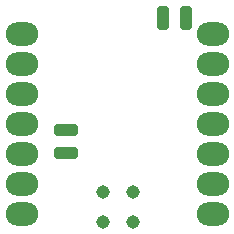
<source format=gbp>
%TF.GenerationSoftware,KiCad,Pcbnew,6.0.5-a6ca702e91~116~ubuntu22.04.1*%
%TF.CreationDate,2022-06-19T22:19:09-07:00*%
%TF.ProjectId,dwm3000_xiao,64776d33-3030-4305-9f78-69616f2e6b69,v2*%
%TF.SameCoordinates,Original*%
%TF.FileFunction,Paste,Bot*%
%TF.FilePolarity,Positive*%
%FSLAX46Y46*%
G04 Gerber Fmt 4.6, Leading zero omitted, Abs format (unit mm)*
G04 Created by KiCad (PCBNEW 6.0.5-a6ca702e91~116~ubuntu22.04.1) date 2022-06-19 22:19:09*
%MOMM*%
%LPD*%
G01*
G04 APERTURE LIST*
G04 Aperture macros list*
%AMRoundRect*
0 Rectangle with rounded corners*
0 $1 Rounding radius*
0 $2 $3 $4 $5 $6 $7 $8 $9 X,Y pos of 4 corners*
0 Add a 4 corners polygon primitive as box body*
4,1,4,$2,$3,$4,$5,$6,$7,$8,$9,$2,$3,0*
0 Add four circle primitives for the rounded corners*
1,1,$1+$1,$2,$3*
1,1,$1+$1,$4,$5*
1,1,$1+$1,$6,$7*
1,1,$1+$1,$8,$9*
0 Add four rect primitives between the rounded corners*
20,1,$1+$1,$2,$3,$4,$5,0*
20,1,$1+$1,$4,$5,$6,$7,0*
20,1,$1+$1,$6,$7,$8,$9,0*
20,1,$1+$1,$8,$9,$2,$3,0*%
G04 Aperture macros list end*
%ADD10RoundRect,0.254000X-0.762000X-0.254000X0.762000X-0.254000X0.762000X0.254000X-0.762000X0.254000X0*%
%ADD11C,1.143000*%
%ADD12RoundRect,0.254000X-0.254000X0.762000X-0.254000X-0.762000X0.254000X-0.762000X0.254000X0.762000X0*%
%ADD13O,2.748280X1.998980*%
G04 APERTURE END LIST*
D10*
%TO.C,U1*%
X64262000Y-71755000D03*
X64262000Y-69850000D03*
D11*
X69945803Y-75059901D03*
X67405803Y-75059901D03*
X69945803Y-77599901D03*
X67405803Y-77599901D03*
D12*
X74422000Y-60325000D03*
X72517000Y-60325000D03*
D13*
X76704680Y-76913534D03*
X76704680Y-74373534D03*
X76704680Y-71833534D03*
X76704680Y-69293534D03*
X76704680Y-66753534D03*
X76704680Y-64213534D03*
X76704680Y-61673534D03*
X60540120Y-61673534D03*
X60540120Y-64213534D03*
X60540120Y-66753534D03*
X60540120Y-69293534D03*
X60540120Y-71833534D03*
X60540120Y-74373534D03*
X60540120Y-76913534D03*
%TD*%
M02*

</source>
